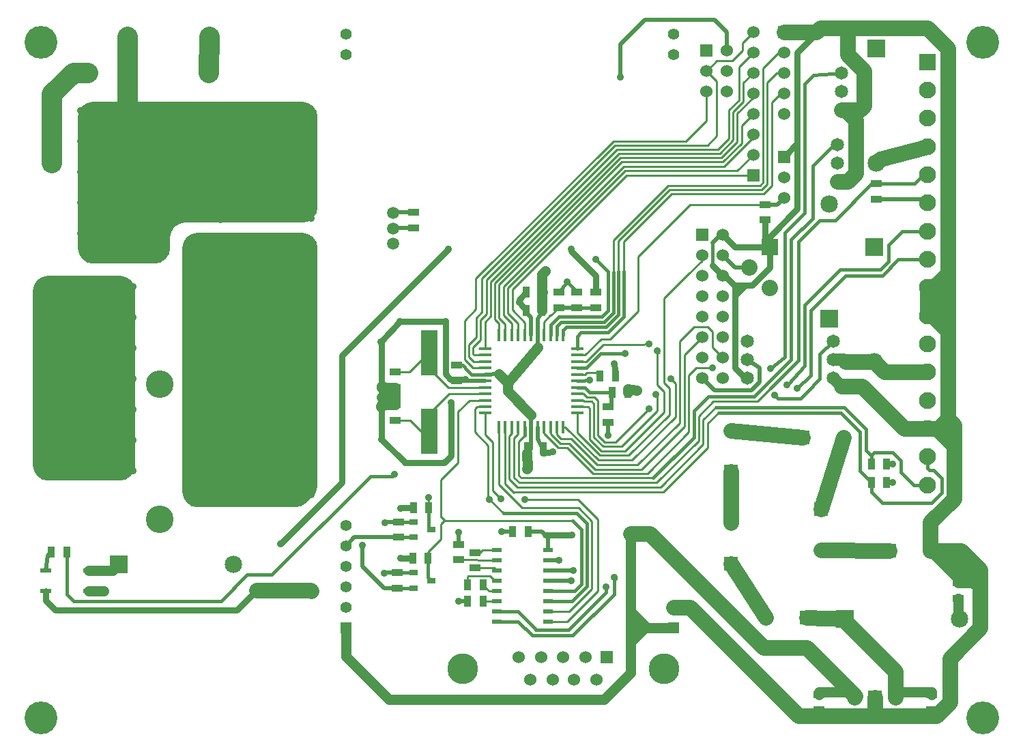
<source format=gtl>
G04 (created by PCBNEW (2013-mar-13)-testing) date Tue 02 Jul 2013 01:16:44 PM EDT*
%MOIN*%
G04 Gerber Fmt 3.4, Leading zero omitted, Abs format*
%FSLAX34Y34*%
G01*
G70*
G90*
G04 APERTURE LIST*
%ADD10C,0.005906*%
%ADD11C,0.059100*%
%ADD12O,0.212598X0.366142*%
%ADD13C,0.030000*%
%ADD14C,0.135000*%
%ADD15C,0.055000*%
%ADD16R,0.055000X0.055000*%
%ADD17R,0.060000X0.060000*%
%ADD18C,0.060000*%
%ADD19R,0.055000X0.035000*%
%ADD20R,0.035000X0.055000*%
%ADD21C,0.080300*%
%ADD22R,0.080300X0.080300*%
%ADD23C,0.065000*%
%ADD24R,0.016000X0.060000*%
%ADD25R,0.060000X0.016000*%
%ADD26R,0.055100X0.023600*%
%ADD27R,0.045000X0.020000*%
%ADD28R,0.078740X0.078740*%
%ADD29C,0.082677*%
%ADD30C,0.150000*%
%ADD31R,0.082700X0.220500*%
%ADD32R,0.070000X0.070000*%
%ADD33C,0.070000*%
%ADD34C,0.085000*%
%ADD35R,0.085000X0.085000*%
%ADD36R,0.098425X0.098425*%
%ADD37C,0.098425*%
%ADD38R,0.039400X0.031500*%
%ADD39C,0.160000*%
%ADD40C,0.035000*%
%ADD41C,0.030000*%
%ADD42C,0.050000*%
%ADD43C,0.020000*%
%ADD44C,0.015000*%
%ADD45C,0.075000*%
%ADD46C,0.010000*%
%ADD47C,0.060000*%
%ADD48C,0.100000*%
G04 APERTURE END LIST*
G54D10*
G54D11*
X23713Y-15600D03*
X23713Y-16352D03*
X23713Y-14848D03*
G54D12*
X15287Y-17686D03*
X15287Y-13513D03*
G54D13*
X14600Y-13100D03*
X14600Y-13600D03*
X14600Y-14100D03*
X14700Y-14600D03*
X15000Y-15000D03*
X15500Y-15000D03*
X16000Y-14700D03*
X16000Y-14100D03*
X16000Y-13600D03*
X16000Y-13100D03*
X16000Y-12600D03*
X15000Y-12200D03*
X15500Y-12200D03*
X14700Y-12600D03*
X15000Y-16200D03*
X15500Y-16200D03*
X14600Y-17600D03*
X14600Y-17100D03*
X14700Y-16600D03*
X15900Y-16600D03*
X16000Y-17100D03*
X16000Y-17600D03*
X16000Y-18100D03*
X16000Y-18600D03*
X14600Y-18100D03*
X14600Y-18600D03*
X15000Y-19000D03*
X15500Y-19000D03*
G54D14*
X8559Y-26500D03*
X12300Y-23192D03*
X12300Y-29807D03*
X15607Y-26500D03*
X15607Y-24964D03*
X15607Y-28035D03*
X7024Y-26500D03*
X10095Y-26500D03*
G54D15*
X37400Y-34100D03*
G54D16*
X37400Y-35100D03*
X21400Y-35100D03*
G54D15*
X21400Y-34100D03*
X21400Y-33100D03*
X21400Y-32100D03*
X21400Y-31100D03*
X21400Y-30100D03*
X21400Y-7100D03*
X21400Y-6100D03*
X37400Y-7100D03*
X37400Y-6100D03*
G54D17*
X39000Y-6900D03*
G54D18*
X40000Y-6900D03*
X39000Y-7900D03*
X40000Y-7900D03*
X39000Y-8900D03*
X40000Y-8900D03*
G54D19*
X33600Y-19475D03*
X33600Y-18725D03*
X32675Y-18725D03*
X32675Y-19475D03*
X26805Y-22290D03*
X26805Y-23040D03*
X31800Y-18725D03*
X31800Y-19475D03*
G54D20*
X30225Y-18700D03*
X30975Y-18700D03*
X30225Y-19600D03*
X30975Y-19600D03*
G54D17*
X42800Y-12100D03*
G54D18*
X42800Y-13100D03*
X42800Y-14100D03*
G54D17*
X41300Y-13000D03*
G54D18*
X41300Y-12000D03*
X41300Y-11000D03*
X41300Y-10000D03*
X41300Y-9000D03*
X41300Y-8000D03*
X41300Y-7000D03*
X41300Y-6000D03*
G54D21*
X41100Y-17500D03*
G54D22*
X42100Y-16500D03*
G54D21*
X42100Y-18500D03*
G54D20*
X47075Y-27100D03*
X47825Y-27100D03*
G54D19*
X47300Y-13425D03*
X47300Y-14175D03*
G54D23*
X45200Y-22000D03*
X45200Y-22900D03*
X45200Y-21100D03*
X45400Y-12400D03*
X45400Y-13300D03*
X45400Y-11500D03*
X45600Y-8900D03*
X45600Y-9800D03*
X45600Y-8000D03*
X41000Y-22000D03*
X41000Y-22900D03*
X41000Y-21100D03*
G54D17*
X38800Y-15900D03*
G54D18*
X39800Y-15900D03*
X38800Y-16900D03*
X39800Y-16900D03*
X38800Y-17900D03*
X39800Y-17900D03*
X38800Y-18900D03*
X39800Y-18900D03*
X38800Y-19900D03*
X39800Y-19900D03*
X38800Y-20900D03*
X39800Y-20900D03*
X38800Y-21900D03*
X39800Y-21900D03*
X38800Y-22900D03*
X39800Y-22900D03*
G54D17*
X42800Y-6000D03*
G54D18*
X42800Y-7000D03*
X42800Y-8000D03*
X42800Y-9000D03*
X42800Y-10000D03*
G54D24*
X30450Y-20800D03*
X30135Y-20800D03*
X29820Y-20800D03*
X29505Y-20800D03*
X29190Y-20800D03*
X28875Y-20800D03*
X30765Y-20800D03*
X31080Y-20800D03*
X31395Y-20800D03*
X31710Y-20800D03*
X32025Y-20800D03*
X30450Y-25300D03*
X30135Y-25300D03*
X29820Y-25300D03*
X29505Y-25300D03*
X29190Y-25300D03*
X28875Y-25300D03*
X30765Y-25300D03*
X31080Y-25300D03*
X31395Y-25300D03*
X31710Y-25300D03*
X32025Y-25300D03*
G54D25*
X28200Y-23050D03*
X32700Y-23050D03*
X28200Y-23365D03*
X32700Y-23365D03*
X32700Y-23680D03*
X28200Y-23680D03*
X28200Y-23995D03*
X32700Y-23995D03*
X32700Y-24310D03*
X28200Y-24310D03*
X28200Y-24625D03*
X32700Y-24625D03*
X32700Y-22735D03*
X28200Y-22735D03*
X28200Y-22420D03*
X32700Y-22420D03*
X32700Y-22105D03*
X28200Y-22105D03*
X28200Y-21790D03*
X32700Y-21790D03*
X32700Y-21475D03*
X28200Y-21475D03*
G54D26*
X6750Y-32300D03*
X6750Y-33300D03*
X8850Y-32300D03*
X8850Y-33300D03*
G54D27*
X31270Y-31305D03*
X31270Y-32305D03*
X31270Y-32805D03*
X31270Y-33305D03*
X31270Y-33805D03*
X31270Y-34305D03*
X31270Y-34805D03*
X28770Y-34805D03*
X28770Y-34305D03*
X28770Y-33805D03*
X28770Y-33305D03*
X28770Y-32805D03*
X28770Y-32305D03*
X28770Y-31805D03*
X28770Y-31305D03*
X31270Y-31805D03*
G54D20*
X35175Y-23600D03*
X34425Y-23600D03*
X7025Y-31400D03*
X7775Y-31400D03*
G54D19*
X26920Y-31780D03*
X26920Y-31030D03*
G54D20*
X30295Y-30405D03*
X29545Y-30405D03*
G54D19*
X27720Y-31430D03*
X27720Y-32180D03*
G54D20*
X27345Y-33005D03*
X28095Y-33005D03*
X27345Y-33805D03*
X28095Y-33805D03*
X47075Y-28000D03*
X47825Y-28000D03*
X34575Y-22800D03*
X33825Y-22800D03*
G54D19*
X23800Y-22625D03*
X23800Y-23375D03*
X23800Y-24225D03*
X23800Y-24975D03*
X41875Y-15190D03*
X41875Y-14440D03*
G54D28*
X49800Y-7465D03*
G54D29*
X49800Y-8843D03*
X49800Y-10221D03*
X49800Y-11599D03*
X49800Y-12977D03*
X49800Y-14355D03*
X49800Y-15733D03*
X49800Y-17111D03*
X49800Y-18488D03*
X49800Y-19866D03*
X49800Y-21244D03*
X49800Y-22622D03*
X49800Y-24000D03*
X49800Y-25378D03*
X49800Y-26756D03*
X49800Y-28134D03*
G54D30*
X27100Y-37100D03*
X36950Y-37100D03*
G54D17*
X34150Y-36550D03*
G54D18*
X33100Y-36550D03*
X32000Y-36550D03*
X30950Y-36550D03*
X29850Y-36550D03*
X33650Y-37650D03*
X32550Y-37650D03*
X31500Y-37650D03*
X30400Y-37650D03*
G54D31*
X25470Y-21681D03*
X25470Y-25499D03*
G54D32*
X40200Y-31980D03*
G54D33*
X40200Y-29980D03*
G54D32*
X43920Y-34620D03*
G54D33*
X41920Y-34620D03*
G54D32*
X40200Y-27480D03*
G54D33*
X40200Y-25480D03*
G54D32*
X43700Y-25800D03*
G54D33*
X45700Y-25800D03*
G54D32*
X47950Y-31350D03*
G54D33*
X49950Y-31350D03*
G54D32*
X44600Y-29300D03*
G54D33*
X44600Y-31300D03*
G54D20*
X30280Y-26310D03*
X31030Y-26310D03*
G54D34*
X51380Y-34680D03*
G54D35*
X45780Y-34680D03*
G54D34*
X15900Y-32000D03*
G54D35*
X10300Y-32000D03*
G54D34*
X47200Y-22100D03*
G54D35*
X47200Y-16500D03*
G54D34*
X45000Y-14400D03*
G54D35*
X45000Y-20000D03*
G54D34*
X47300Y-12400D03*
G54D35*
X47300Y-6800D03*
G54D15*
X8797Y-8000D03*
X14702Y-8000D03*
G54D18*
X14750Y-6250D03*
X10750Y-6250D03*
G54D36*
X7050Y-20359D03*
X7050Y-18777D03*
G54D37*
X11050Y-16359D03*
X11050Y-14777D03*
X7050Y-12422D03*
X7050Y-10840D03*
G54D19*
X50000Y-39125D03*
X50000Y-38375D03*
X44500Y-39125D03*
X44500Y-38375D03*
G54D33*
X48250Y-38500D03*
G54D32*
X47250Y-38500D03*
G54D33*
X46250Y-38500D03*
G54D19*
X34200Y-24325D03*
X34200Y-25075D03*
X24700Y-15575D03*
X24700Y-14825D03*
G54D38*
X25583Y-30310D03*
X24717Y-30685D03*
X24717Y-29935D03*
X25583Y-32800D03*
X24717Y-33175D03*
X24717Y-32425D03*
G54D19*
X23965Y-30685D03*
X23965Y-29935D03*
G54D20*
X25450Y-29245D03*
X24700Y-29245D03*
G54D19*
X23920Y-33175D03*
X23920Y-32425D03*
G54D20*
X25420Y-31705D03*
X24670Y-31705D03*
G54D19*
X51300Y-32925D03*
X51300Y-33675D03*
G54D39*
X6500Y-6500D03*
X52500Y-6500D03*
X52500Y-39500D03*
X6500Y-39500D03*
G54D40*
X26400Y-16600D03*
X32400Y-16600D03*
X18200Y-31000D03*
X9570Y-33310D03*
X48100Y-28000D03*
X48100Y-27100D03*
X34800Y-8200D03*
X35300Y-30500D03*
X30250Y-27350D03*
X35625Y-23500D03*
X31150Y-17675D03*
X32430Y-30560D03*
X24070Y-31720D03*
X24085Y-29260D03*
X34100Y-33100D03*
X43450Y-23400D03*
X34500Y-32650D03*
X42950Y-23250D03*
X26900Y-33800D03*
X26200Y-27050D03*
X23150Y-25900D03*
X27250Y-22960D03*
X26550Y-24110D03*
X24300Y-27050D03*
X23800Y-23850D03*
X19700Y-33300D03*
X24050Y-20150D03*
X26265Y-20155D03*
X17030Y-33290D03*
X29860Y-19195D03*
X32200Y-18200D03*
X33325Y-23000D03*
X34200Y-25700D03*
X31820Y-31805D03*
X29020Y-30405D03*
X26920Y-30455D03*
X34500Y-22200D03*
X31500Y-26500D03*
X23150Y-23850D03*
X23100Y-21150D03*
X8450Y-9850D03*
X9950Y-9850D03*
X11450Y-9850D03*
X12950Y-9850D03*
X14450Y-9850D03*
X15950Y-9850D03*
X17450Y-9850D03*
X18950Y-9850D03*
X19700Y-10600D03*
X18200Y-10600D03*
X16700Y-10600D03*
X15200Y-10600D03*
X13700Y-10600D03*
X12200Y-10600D03*
X10750Y-10600D03*
X9200Y-10600D03*
X11800Y-15800D03*
X12200Y-16600D03*
X13700Y-15100D03*
X12200Y-15100D03*
X12950Y-14350D03*
X9950Y-12850D03*
X11450Y-12850D03*
X12950Y-12850D03*
X8450Y-12850D03*
X9200Y-12100D03*
X10700Y-12100D03*
X12200Y-12100D03*
X13700Y-12100D03*
X9200Y-16600D03*
X9950Y-15850D03*
X8450Y-15850D03*
X9200Y-15100D03*
X9950Y-14350D03*
X8450Y-14350D03*
X9200Y-13600D03*
X10700Y-13600D03*
X12200Y-13600D03*
X13700Y-13600D03*
X16700Y-15100D03*
X18200Y-15100D03*
X19700Y-15100D03*
X18950Y-14350D03*
X17450Y-14350D03*
X16700Y-13600D03*
X18200Y-13600D03*
X19700Y-13600D03*
X18950Y-12850D03*
X17450Y-12850D03*
X11450Y-11350D03*
X12950Y-11350D03*
X14450Y-11350D03*
X15950Y-11350D03*
X17450Y-11350D03*
X18950Y-11350D03*
X19700Y-12100D03*
X18200Y-12100D03*
X16700Y-12100D03*
X8450Y-11350D03*
X9950Y-11350D03*
X32520Y-32305D03*
X32420Y-32805D03*
X16700Y-16600D03*
X18200Y-16600D03*
X19700Y-16600D03*
X18950Y-17350D03*
X17450Y-17350D03*
X16700Y-18100D03*
X18200Y-18100D03*
X19700Y-18100D03*
X18950Y-18850D03*
X17450Y-18850D03*
X13700Y-23350D03*
X15200Y-23350D03*
X15950Y-23350D03*
X17450Y-23350D03*
X18950Y-23350D03*
X19700Y-22600D03*
X18200Y-22600D03*
X16700Y-22600D03*
X13700Y-18850D03*
X14450Y-19600D03*
X16700Y-19600D03*
X18200Y-19600D03*
X19700Y-19600D03*
X18950Y-20350D03*
X17450Y-20350D03*
X15950Y-20350D03*
X15200Y-20350D03*
X13700Y-20350D03*
X14450Y-21100D03*
X16700Y-21100D03*
X18200Y-21100D03*
X19700Y-21100D03*
X18950Y-21850D03*
X17450Y-21850D03*
X15950Y-21850D03*
X15200Y-21850D03*
X13700Y-21850D03*
X14450Y-22600D03*
X19700Y-28600D03*
X18200Y-28600D03*
X16700Y-28600D03*
X17450Y-27850D03*
X18950Y-27850D03*
X19700Y-27100D03*
X18200Y-27100D03*
X16700Y-27100D03*
X17450Y-26350D03*
X18950Y-26350D03*
X19700Y-25600D03*
X18200Y-25600D03*
X16700Y-25600D03*
X17450Y-24850D03*
X18950Y-24850D03*
X19700Y-24100D03*
X18200Y-24100D03*
X16700Y-24100D03*
X14450Y-24100D03*
X13700Y-24850D03*
X14450Y-25600D03*
X13700Y-26350D03*
X14450Y-27100D03*
X13700Y-27850D03*
X14450Y-28600D03*
X6500Y-18450D03*
X6500Y-19950D03*
X8750Y-20700D03*
X10250Y-20700D03*
X11000Y-19950D03*
X9500Y-19950D03*
X8000Y-19950D03*
X8750Y-19200D03*
X10250Y-19200D03*
X11000Y-18450D03*
X9500Y-18450D03*
X8000Y-18450D03*
X6500Y-21450D03*
X8000Y-21450D03*
X9500Y-21450D03*
X11000Y-21450D03*
X10250Y-22200D03*
X8750Y-22200D03*
X7250Y-22200D03*
X6500Y-22950D03*
X8000Y-22950D03*
X9500Y-22950D03*
X11000Y-22950D03*
X10250Y-23700D03*
X8750Y-23700D03*
X7250Y-23700D03*
X6500Y-24450D03*
X8000Y-24450D03*
X9500Y-24450D03*
X11000Y-24450D03*
X10250Y-25200D03*
X8750Y-25200D03*
X7250Y-25200D03*
X6500Y-25950D03*
X8000Y-25950D03*
X9500Y-25950D03*
X11000Y-25950D03*
X11000Y-27450D03*
X9500Y-27450D03*
X8000Y-27450D03*
X6500Y-27450D03*
X33620Y-17120D03*
X36200Y-21250D03*
X42350Y-23750D03*
X35050Y-21725D03*
X23775Y-27600D03*
X39320Y-22420D03*
X37270Y-22945D03*
X36595Y-21580D03*
X36550Y-23700D03*
X36200Y-24400D03*
X42150Y-22450D03*
X30150Y-28850D03*
X28975Y-28800D03*
X22225Y-31075D03*
X28425Y-28850D03*
X25450Y-28750D03*
X23305Y-29965D03*
X23275Y-32440D03*
G54D41*
X33600Y-18725D02*
X33600Y-17900D01*
X33600Y-17900D02*
X32400Y-16700D01*
X32400Y-16700D02*
X32400Y-16600D01*
X18200Y-31000D02*
X21200Y-28000D01*
X21200Y-28000D02*
X21200Y-21800D01*
X21200Y-21800D02*
X26400Y-16600D01*
X26400Y-16600D02*
X26400Y-16600D01*
G54D42*
X8850Y-33300D02*
X9560Y-33300D01*
X9560Y-33300D02*
X9570Y-33310D01*
X51300Y-33675D02*
X51300Y-34600D01*
X51300Y-34600D02*
X51380Y-34680D01*
X46250Y-38500D02*
X46250Y-38250D01*
X44500Y-38250D02*
X44500Y-38375D01*
X46250Y-38250D02*
X44500Y-38250D01*
G54D43*
X47300Y-14175D02*
X49619Y-14175D01*
X49619Y-14175D02*
X49800Y-14355D01*
G54D44*
X47825Y-28000D02*
X48100Y-28000D01*
X47825Y-27100D02*
X48100Y-27100D01*
G54D43*
X40000Y-6900D02*
X40000Y-6000D01*
X40000Y-6000D02*
X39400Y-5400D01*
X39400Y-5400D02*
X36000Y-5400D01*
X36000Y-5400D02*
X34800Y-6600D01*
X34800Y-6600D02*
X34800Y-8200D01*
G54D42*
X35300Y-35900D02*
X35300Y-35800D01*
X35300Y-35800D02*
X36000Y-35100D01*
X36000Y-35100D02*
X37400Y-35100D01*
X35300Y-37300D02*
X35300Y-35900D01*
X35300Y-35900D02*
X35300Y-35500D01*
X35300Y-35100D02*
X37400Y-35100D01*
X37400Y-35100D02*
X36100Y-35100D01*
X36100Y-35100D02*
X35300Y-34300D01*
X37400Y-35100D02*
X36200Y-35100D01*
X35300Y-30500D02*
X35300Y-34300D01*
X35300Y-34300D02*
X35300Y-35100D01*
X35300Y-35100D02*
X35300Y-35500D01*
X35300Y-37300D02*
X34000Y-38600D01*
X21400Y-36500D02*
X23500Y-38600D01*
X23500Y-38600D02*
X34000Y-38600D01*
X21400Y-35100D02*
X21400Y-36500D01*
G54D45*
X46250Y-38500D02*
X46287Y-38447D01*
X46287Y-38447D02*
X43910Y-36070D01*
X43910Y-36070D02*
X41810Y-36070D01*
X41810Y-36070D02*
X36240Y-30500D01*
X36240Y-30500D02*
X35300Y-30500D01*
G54D42*
X30255Y-26560D02*
X30275Y-27325D01*
X30250Y-27350D02*
X30275Y-27325D01*
G54D43*
X30450Y-25300D02*
X30430Y-26385D01*
X30430Y-26385D02*
X30255Y-26560D01*
G54D42*
X35175Y-23600D02*
X35175Y-23450D01*
X35175Y-23450D02*
X35625Y-23500D01*
X30975Y-17850D02*
X30975Y-18700D01*
X31150Y-17675D02*
X30975Y-17850D01*
G54D41*
X32427Y-30562D02*
X32430Y-30560D01*
X31127Y-30562D02*
X32427Y-30562D01*
X24670Y-31705D02*
X24085Y-31705D01*
X24085Y-31705D02*
X24070Y-31720D01*
X24100Y-29245D02*
X24700Y-29245D01*
X24085Y-29260D02*
X24100Y-29245D01*
G54D44*
X28200Y-22735D02*
X27553Y-22735D01*
X27115Y-22290D02*
X26805Y-22290D01*
X27355Y-22530D02*
X27115Y-22290D01*
X27355Y-22536D02*
X27355Y-22530D01*
X27553Y-22735D02*
X27355Y-22536D01*
G54D43*
X24800Y-14825D02*
X23736Y-14825D01*
X23736Y-14825D02*
X23713Y-14848D01*
X30295Y-30405D02*
X30970Y-30405D01*
X31270Y-30705D02*
X31270Y-31305D01*
X30970Y-30405D02*
X31127Y-30562D01*
X31127Y-30562D02*
X31270Y-30705D01*
G54D42*
X30975Y-19600D02*
X30975Y-18725D01*
X30975Y-18725D02*
X31000Y-18700D01*
G54D43*
X30765Y-20800D02*
X30764Y-21400D01*
G54D42*
X30764Y-21400D02*
X29300Y-23150D01*
X29300Y-23150D02*
X29300Y-23550D01*
X29300Y-23550D02*
X30450Y-24700D01*
G54D43*
X30450Y-24700D02*
X30450Y-25300D01*
X28200Y-22735D02*
X28880Y-22722D01*
G54D42*
X28880Y-22722D02*
X29300Y-23150D01*
G54D43*
X29300Y-23150D02*
X29300Y-23150D01*
X30765Y-20800D02*
X30765Y-19999D01*
X31018Y-19656D02*
X30975Y-19600D01*
X31018Y-19657D02*
X31018Y-19656D01*
X30765Y-19999D02*
X31018Y-19657D01*
G54D46*
X42800Y-7000D02*
X42550Y-7000D01*
G54D44*
X31710Y-20360D02*
X31910Y-20160D01*
X31910Y-20160D02*
X34000Y-20160D01*
X34000Y-20160D02*
X34460Y-19700D01*
X34460Y-19700D02*
X34460Y-17730D01*
X31710Y-20360D02*
X31710Y-20800D01*
G54D46*
X34460Y-16170D02*
X34460Y-17730D01*
X37135Y-13495D02*
X34460Y-16170D01*
X41635Y-13495D02*
X37135Y-13495D01*
X41790Y-13340D02*
X41635Y-13495D01*
X41790Y-7760D02*
X41790Y-13340D01*
X42550Y-7000D02*
X41790Y-7760D01*
X42800Y-8000D02*
X42450Y-8000D01*
G54D44*
X32025Y-20575D02*
X32180Y-20420D01*
X32180Y-20420D02*
X34100Y-20420D01*
X34100Y-20420D02*
X34720Y-19800D01*
X34720Y-19800D02*
X34720Y-17720D01*
X32025Y-20575D02*
X32025Y-20800D01*
G54D46*
X34720Y-16192D02*
X34720Y-17720D01*
X37207Y-13705D02*
X34720Y-16192D01*
X41725Y-13705D02*
X37207Y-13705D01*
X41990Y-13439D02*
X41725Y-13705D01*
X41990Y-8459D02*
X41990Y-13439D01*
X42450Y-8000D02*
X41990Y-8459D01*
G54D44*
X42700Y-7900D02*
X42800Y-8000D01*
G54D46*
X42800Y-9000D02*
X42650Y-9000D01*
G54D44*
X32700Y-20870D02*
X32890Y-20680D01*
X32890Y-20680D02*
X34200Y-20680D01*
X34200Y-20680D02*
X34980Y-19900D01*
X34980Y-19900D02*
X34980Y-17720D01*
X32700Y-20870D02*
X32700Y-21475D01*
G54D46*
X34980Y-16235D02*
X34980Y-17720D01*
X37300Y-13915D02*
X34980Y-16235D01*
X41815Y-13915D02*
X37300Y-13915D01*
X42205Y-13525D02*
X41815Y-13915D01*
X42205Y-9445D02*
X42205Y-13525D01*
X42650Y-9000D02*
X42205Y-9445D01*
G54D47*
X45200Y-22000D02*
X45700Y-22000D01*
X45700Y-22000D02*
X45800Y-22100D01*
G54D45*
X45800Y-22100D02*
X47200Y-22100D01*
X49800Y-22622D02*
X47722Y-22622D01*
X47722Y-22622D02*
X47200Y-22100D01*
G54D44*
X49800Y-17111D02*
X48388Y-17111D01*
X45800Y-17900D02*
X44100Y-19600D01*
X47600Y-17900D02*
X45800Y-17900D01*
X48388Y-17111D02*
X47600Y-17900D01*
X43455Y-23395D02*
X43450Y-23400D01*
X44100Y-22791D02*
X43455Y-23395D01*
X44100Y-19600D02*
X44100Y-22791D01*
X43455Y-23395D02*
X43455Y-23395D01*
X34100Y-33100D02*
X34100Y-33380D01*
X30675Y-35200D02*
X30675Y-35160D01*
X30675Y-35190D02*
X30675Y-35200D01*
X30665Y-35200D02*
X30675Y-35190D01*
X32280Y-35200D02*
X30665Y-35200D01*
X34100Y-33380D02*
X32280Y-35200D01*
X29820Y-34305D02*
X30675Y-35160D01*
X28770Y-34305D02*
X29820Y-34305D01*
X34100Y-33100D02*
X34100Y-33070D01*
X49800Y-15733D02*
X48566Y-15733D01*
X47500Y-17600D02*
X45550Y-17600D01*
X47900Y-17200D02*
X47500Y-17600D01*
X47900Y-16400D02*
X47900Y-17200D01*
X48566Y-15733D02*
X47900Y-16400D01*
X34500Y-32650D02*
X34500Y-33460D01*
X32480Y-35480D02*
X34500Y-33460D01*
X29820Y-34805D02*
X28770Y-34805D01*
X29820Y-34805D02*
X30495Y-35480D01*
X30495Y-35480D02*
X32480Y-35480D01*
X34565Y-32715D02*
X34500Y-32650D01*
X43000Y-23200D02*
X43000Y-23200D01*
X45550Y-17600D02*
X43800Y-19350D01*
X43800Y-19350D02*
X43800Y-22310D01*
X43800Y-22310D02*
X43000Y-23200D01*
X43000Y-23200D02*
X42950Y-23250D01*
X47300Y-13425D02*
X47075Y-13425D01*
X43500Y-16250D02*
X44550Y-15200D01*
X42145Y-23400D02*
X42150Y-23400D01*
G54D46*
X41495Y-24050D02*
X42145Y-23400D01*
X38635Y-24765D02*
X39350Y-24050D01*
X39350Y-24050D02*
X41495Y-24050D01*
X36580Y-28020D02*
X38635Y-25965D01*
X29820Y-25640D02*
X29820Y-25300D01*
X29620Y-27760D02*
X29880Y-28020D01*
X29620Y-25840D02*
X29620Y-27760D01*
X29820Y-25640D02*
X29620Y-25840D01*
X29880Y-28020D02*
X36580Y-28020D01*
X38635Y-25965D02*
X38635Y-24765D01*
G54D44*
X43500Y-22050D02*
X43500Y-17550D01*
X42150Y-23400D02*
X43500Y-22050D01*
X43500Y-17550D02*
X43500Y-16250D01*
X45300Y-15200D02*
X44550Y-15200D01*
X47075Y-13425D02*
X45300Y-15200D01*
X49800Y-12977D02*
X49622Y-12977D01*
X49175Y-13425D02*
X47300Y-13425D01*
X49622Y-12977D02*
X49175Y-13425D01*
X39600Y-24600D02*
X45574Y-24600D01*
X45574Y-24600D02*
X45574Y-24600D01*
X46525Y-25550D02*
X46525Y-27450D01*
X46525Y-27450D02*
X47075Y-28000D01*
X47075Y-28000D02*
X47075Y-28475D01*
X47075Y-28475D02*
X47600Y-29000D01*
X47600Y-29000D02*
X50000Y-29000D01*
X49800Y-26756D02*
X49800Y-27300D01*
X50500Y-28500D02*
X50000Y-29000D01*
X50500Y-27800D02*
X50500Y-28500D01*
X50100Y-27400D02*
X50500Y-27800D01*
X49900Y-27400D02*
X50100Y-27400D01*
X49800Y-27300D02*
X49900Y-27400D01*
G54D46*
X39075Y-26325D02*
X39075Y-25125D01*
X39075Y-26325D02*
X36925Y-28475D01*
X29575Y-28475D02*
X36925Y-28475D01*
G54D44*
X45574Y-24600D02*
X46525Y-25550D01*
G54D46*
X39075Y-25125D02*
X39600Y-24600D01*
X29160Y-28060D02*
X29600Y-28500D01*
X29190Y-25590D02*
X29160Y-25620D01*
X29160Y-25620D02*
X29160Y-28060D01*
X29190Y-25590D02*
X29190Y-25300D01*
G54D44*
X45730Y-24330D02*
X39470Y-24330D01*
G54D46*
X39470Y-24330D02*
X39500Y-24300D01*
G54D44*
X49800Y-28134D02*
X49134Y-28134D01*
X49134Y-28134D02*
X48500Y-27500D01*
X48500Y-27500D02*
X48500Y-26950D01*
X46800Y-25400D02*
X46800Y-26450D01*
G54D46*
X38850Y-26150D02*
X36765Y-28235D01*
X29775Y-28235D02*
X36765Y-28235D01*
G54D44*
X45730Y-24330D02*
X46800Y-25400D01*
G54D46*
X38850Y-24950D02*
X39500Y-24300D01*
X38850Y-26150D02*
X38850Y-24950D01*
G54D44*
X46800Y-26450D02*
X47075Y-26725D01*
X48500Y-26950D02*
X48100Y-26550D01*
X48100Y-26550D02*
X47200Y-26550D01*
X47200Y-26550D02*
X47075Y-26675D01*
X47075Y-26675D02*
X47075Y-26725D01*
X47075Y-26725D02*
X47075Y-27100D01*
G54D46*
X49800Y-28134D02*
X49715Y-28134D01*
X29505Y-25615D02*
X29380Y-25740D01*
X29380Y-25740D02*
X29380Y-27840D01*
X29380Y-27840D02*
X29775Y-28235D01*
X29505Y-25300D02*
X29505Y-25615D01*
X29770Y-28230D02*
X29775Y-28235D01*
G54D45*
X37400Y-34100D02*
X38200Y-34100D01*
X43500Y-39400D02*
X44500Y-39400D01*
X38200Y-34100D02*
X43500Y-39400D01*
G54D43*
X27345Y-33805D02*
X26905Y-33805D01*
X26905Y-33805D02*
X26900Y-33800D01*
G54D41*
X40400Y-18900D02*
X40400Y-18860D01*
X40400Y-18860D02*
X40900Y-18360D01*
G54D45*
X42800Y-6000D02*
X44350Y-6000D01*
G54D41*
X24300Y-27050D02*
X26200Y-27050D01*
X23150Y-25900D02*
X23150Y-24300D01*
X26200Y-27050D02*
X26550Y-26700D01*
X26550Y-26700D02*
X26550Y-24110D01*
X23150Y-25900D02*
X24300Y-27050D01*
G54D46*
X26805Y-23040D02*
X27170Y-23040D01*
X27170Y-23040D02*
X27250Y-22960D01*
G54D42*
X23150Y-23850D02*
X23800Y-23850D01*
X23800Y-24225D02*
X23150Y-24225D01*
X23150Y-24225D02*
X23100Y-24275D01*
X23100Y-24275D02*
X23100Y-24300D01*
X23100Y-24300D02*
X23150Y-24300D01*
X23800Y-23375D02*
X23150Y-23375D01*
X23150Y-23375D02*
X23200Y-23325D01*
X23200Y-23325D02*
X23200Y-23300D01*
X23200Y-23300D02*
X23150Y-23300D01*
X23800Y-23375D02*
X23800Y-24225D01*
X23800Y-24225D02*
X23525Y-24225D01*
X23525Y-24225D02*
X23150Y-23850D01*
X23800Y-23375D02*
X23625Y-23375D01*
X23625Y-23375D02*
X23150Y-23850D01*
G54D41*
X43450Y-11450D02*
X42800Y-12100D01*
G54D45*
X45600Y-9800D02*
X46500Y-9800D01*
X46500Y-9800D02*
X46700Y-9600D01*
X46700Y-9600D02*
X46700Y-7900D01*
X46700Y-7900D02*
X45900Y-7100D01*
X45900Y-7100D02*
X45900Y-5800D01*
X51100Y-26400D02*
X51100Y-25200D01*
X51100Y-25200D02*
X50800Y-24900D01*
G54D41*
X41875Y-15190D02*
X41875Y-16275D01*
X41875Y-16275D02*
X42100Y-16500D01*
G54D45*
X17030Y-33290D02*
X19690Y-33290D01*
X19690Y-33290D02*
X19700Y-33300D01*
X50900Y-31350D02*
X50900Y-31600D01*
X50900Y-31600D02*
X52225Y-32925D01*
G54D42*
X51300Y-32925D02*
X52225Y-32925D01*
X52225Y-32925D02*
X52390Y-32925D01*
X52390Y-32925D02*
X52400Y-32915D01*
X52400Y-32915D02*
X52400Y-32900D01*
X52400Y-32900D02*
X52390Y-32900D01*
X51300Y-32925D02*
X51300Y-32700D01*
X51300Y-32700D02*
X49950Y-31350D01*
G54D44*
X50000Y-39125D02*
X50000Y-39400D01*
X50000Y-39400D02*
X50000Y-39500D01*
X50000Y-39500D02*
X50000Y-39400D01*
X44500Y-39125D02*
X44500Y-39400D01*
X44500Y-39400D02*
X44500Y-39500D01*
X44500Y-39500D02*
X44500Y-39400D01*
G54D47*
X45200Y-22900D02*
X45600Y-23300D01*
G54D45*
X45600Y-23300D02*
X46600Y-23300D01*
X46600Y-23300D02*
X48678Y-25378D01*
X48678Y-25378D02*
X49800Y-25378D01*
X50800Y-18500D02*
X50800Y-20600D01*
X49800Y-19200D02*
X50100Y-19200D01*
X50100Y-19200D02*
X50800Y-18500D01*
X49800Y-18488D02*
X49800Y-19200D01*
X49800Y-19200D02*
X49800Y-19866D01*
X49800Y-18488D02*
X50111Y-18488D01*
X50111Y-18488D02*
X50800Y-17800D01*
G54D41*
X27250Y-22960D02*
X26515Y-22960D01*
X26515Y-22960D02*
X26265Y-22710D01*
X26265Y-22710D02*
X26265Y-20155D01*
X24050Y-20150D02*
X26265Y-20155D01*
X23100Y-21150D02*
X24050Y-20150D01*
G54D45*
X47250Y-39400D02*
X47250Y-38500D01*
X47800Y-39400D02*
X50000Y-39400D01*
X50000Y-39400D02*
X50250Y-39400D01*
X50250Y-39400D02*
X50900Y-38750D01*
X50900Y-38750D02*
X50900Y-36600D01*
X50900Y-36600D02*
X52390Y-35110D01*
X45400Y-13300D02*
X45900Y-13300D01*
X45800Y-9800D02*
X45600Y-9800D01*
X46300Y-10300D02*
X45800Y-9800D01*
X46300Y-12900D02*
X46300Y-10300D01*
X45900Y-13300D02*
X46300Y-12900D01*
X52390Y-35110D02*
X52390Y-32900D01*
X52390Y-32900D02*
X52390Y-32290D01*
X51450Y-31350D02*
X50900Y-31350D01*
X50900Y-31350D02*
X49950Y-31350D01*
X52390Y-32290D02*
X51450Y-31350D01*
X49950Y-31350D02*
X49950Y-29950D01*
X49950Y-29950D02*
X51100Y-28800D01*
X51100Y-28800D02*
X51100Y-26400D01*
X51100Y-26400D02*
X51100Y-26200D01*
X51100Y-26200D02*
X50278Y-25378D01*
X49800Y-19866D02*
X50066Y-19866D01*
X50066Y-19866D02*
X50800Y-20600D01*
X50800Y-20600D02*
X50800Y-24900D01*
X50800Y-24900D02*
X50321Y-25378D01*
X50321Y-25378D02*
X50278Y-25378D01*
X50278Y-25378D02*
X49800Y-25378D01*
X49800Y-19866D02*
X50133Y-19866D01*
X50133Y-19866D02*
X50800Y-19200D01*
X44350Y-6000D02*
X44385Y-6000D01*
X44585Y-5800D02*
X45450Y-5800D01*
X45450Y-5800D02*
X45900Y-5800D01*
X45900Y-5800D02*
X46900Y-5800D01*
X44385Y-6000D02*
X44585Y-5800D01*
X50800Y-19200D02*
X50800Y-18500D01*
X50800Y-18500D02*
X50800Y-17800D01*
X50800Y-17800D02*
X50800Y-6800D01*
X50800Y-6800D02*
X49800Y-5800D01*
X49800Y-5800D02*
X46900Y-5800D01*
G54D41*
X42100Y-16500D02*
X42100Y-16000D01*
X42100Y-16000D02*
X43450Y-14650D01*
X43450Y-14650D02*
X43450Y-11450D01*
X44350Y-6000D02*
X44350Y-6100D01*
X44350Y-6100D02*
X43450Y-7000D01*
X43450Y-7000D02*
X43450Y-11450D01*
G54D45*
X44500Y-39400D02*
X47250Y-39400D01*
X47250Y-39400D02*
X47800Y-39400D01*
G54D41*
X6750Y-33300D02*
X6750Y-33770D01*
X16080Y-34240D02*
X17030Y-33290D01*
X7220Y-34240D02*
X16080Y-34240D01*
X6750Y-33770D02*
X7220Y-34240D01*
X42100Y-16500D02*
X42100Y-17510D01*
X42100Y-17510D02*
X41250Y-18360D01*
X41250Y-18360D02*
X40900Y-18360D01*
X40900Y-18360D02*
X40360Y-18360D01*
X29860Y-19195D02*
X29860Y-19065D01*
X30225Y-19600D02*
X29860Y-19195D01*
X29860Y-19065D02*
X30225Y-18700D01*
X42100Y-16500D02*
X40400Y-16500D01*
X40400Y-16500D02*
X39800Y-15900D01*
X41000Y-22900D02*
X40900Y-22900D01*
X40900Y-22900D02*
X40400Y-22400D01*
X40400Y-22400D02*
X40400Y-18900D01*
X40400Y-18900D02*
X40400Y-18400D01*
X40400Y-18400D02*
X40360Y-18360D01*
X39900Y-17900D02*
X39800Y-17900D01*
X40360Y-18360D02*
X39900Y-17900D01*
G54D44*
X32675Y-18725D02*
X32675Y-18675D01*
X32675Y-18675D02*
X32200Y-18200D01*
X32200Y-18200D02*
X31800Y-18725D01*
G54D41*
X39800Y-15900D02*
X39700Y-15900D01*
X39300Y-17400D02*
X39800Y-17900D01*
G54D44*
X39300Y-16300D02*
X39300Y-17400D01*
G54D43*
X39700Y-15900D02*
X39300Y-16300D01*
G54D44*
X32700Y-23050D02*
X33050Y-23050D01*
X33050Y-23050D02*
X33100Y-23000D01*
X33100Y-23000D02*
X33325Y-23000D01*
X33315Y-23010D02*
X33325Y-23000D01*
G54D43*
X34200Y-25075D02*
X34200Y-25700D01*
X24800Y-15575D02*
X23738Y-15575D01*
X23738Y-15575D02*
X23713Y-15600D01*
X31270Y-31805D02*
X31820Y-31805D01*
X29545Y-30405D02*
X29020Y-30405D01*
X26920Y-31030D02*
X26920Y-30455D01*
X28200Y-23050D02*
X27300Y-23050D01*
X27300Y-23050D02*
X27250Y-22960D01*
G54D41*
X34575Y-22800D02*
X34500Y-22200D01*
X31005Y-26560D02*
X31500Y-26500D01*
X23150Y-24300D02*
X23150Y-23850D01*
X23150Y-23850D02*
X23150Y-23300D01*
X23150Y-23300D02*
X23150Y-21200D01*
X23150Y-21200D02*
X23100Y-21150D01*
X23150Y-23850D02*
X23200Y-23800D01*
X23800Y-23800D02*
X23200Y-23800D01*
G54D43*
X23800Y-23750D02*
X23850Y-23750D01*
X23850Y-23750D02*
X23800Y-23800D01*
X30450Y-20800D02*
X30450Y-19950D01*
X30225Y-19725D02*
X30225Y-19600D01*
X30450Y-19950D02*
X30225Y-19725D01*
X31005Y-26560D02*
X31005Y-26385D01*
X31005Y-26385D02*
X30765Y-25865D01*
X30765Y-25865D02*
X30765Y-25300D01*
X23800Y-23375D02*
X23800Y-23750D01*
X23800Y-23750D02*
X23800Y-24225D01*
X41000Y-22000D02*
X41600Y-22420D01*
X39400Y-23500D02*
X38800Y-22900D01*
X41200Y-23500D02*
X39400Y-23500D01*
X41600Y-23100D02*
X41200Y-23500D01*
X41600Y-22420D02*
X41600Y-23100D01*
G54D48*
X14750Y-6250D02*
X14700Y-8002D01*
X14700Y-8002D02*
X14702Y-8000D01*
X7050Y-10840D02*
X7050Y-9050D01*
X8100Y-8000D02*
X8797Y-8000D01*
X7050Y-9050D02*
X8100Y-8000D01*
X7050Y-12422D02*
X7050Y-10840D01*
G54D46*
X9950Y-9850D02*
X8450Y-9850D01*
X12950Y-9850D02*
X11450Y-9850D01*
X15950Y-9850D02*
X14450Y-9850D01*
X18950Y-9850D02*
X17450Y-9850D01*
X18200Y-10600D02*
X19700Y-10600D01*
X15200Y-10600D02*
X16700Y-10600D01*
X12200Y-10600D02*
X13700Y-10600D01*
X9200Y-10600D02*
X10750Y-10600D01*
X11050Y-16359D02*
X11240Y-16359D01*
X11240Y-16359D02*
X11800Y-15800D01*
G54D48*
X10750Y-6250D02*
X10750Y-12050D01*
X10750Y-12050D02*
X10700Y-12100D01*
G54D46*
X12200Y-13600D02*
X12950Y-14350D01*
X12200Y-15100D02*
X13700Y-15100D01*
X12950Y-12850D02*
X13700Y-13600D01*
X9950Y-12850D02*
X11450Y-12850D01*
X9200Y-12100D02*
X8450Y-12850D01*
X12200Y-12100D02*
X10700Y-12100D01*
X16700Y-12100D02*
X13700Y-12100D01*
X8450Y-15850D02*
X9950Y-15850D01*
X9950Y-14350D02*
X9200Y-15100D01*
X9200Y-13600D02*
X8450Y-14350D01*
X12200Y-13600D02*
X10700Y-13600D01*
X16700Y-12100D02*
X17450Y-12850D01*
X19700Y-15100D02*
X18200Y-15100D01*
X17450Y-14350D02*
X18950Y-14350D01*
X18200Y-13600D02*
X16700Y-13600D01*
X18950Y-12850D02*
X19700Y-13600D01*
X11450Y-11350D02*
X12950Y-11350D01*
X14450Y-11350D02*
X15950Y-11350D01*
X17450Y-11350D02*
X18950Y-11350D01*
X19700Y-12100D02*
X18200Y-12100D01*
X8450Y-11350D02*
X9950Y-11350D01*
X32700Y-22735D02*
X33090Y-22735D01*
X33675Y-22650D02*
X33825Y-22800D01*
X33175Y-22650D02*
X33675Y-22650D01*
X33090Y-22735D02*
X33175Y-22650D01*
G54D43*
X6750Y-32300D02*
X6850Y-31575D01*
X6850Y-31575D02*
X7025Y-31400D01*
X32520Y-32305D02*
X31270Y-32305D01*
X32420Y-32805D02*
X31270Y-32805D01*
G54D46*
X28095Y-33805D02*
X28220Y-33805D01*
X28320Y-33805D02*
X28770Y-33805D01*
X28220Y-33805D02*
X28320Y-33805D01*
G54D45*
X43700Y-25800D02*
X40200Y-25480D01*
G54D46*
X16700Y-19600D02*
X17450Y-18850D01*
X19700Y-16600D02*
X18200Y-16600D01*
X17450Y-17350D02*
X18950Y-17350D01*
X18200Y-18100D02*
X16700Y-18100D01*
X18950Y-18850D02*
X19700Y-18100D01*
X16700Y-22600D02*
X14450Y-22600D01*
X15200Y-23350D02*
X15950Y-23350D01*
X17450Y-23350D02*
X18950Y-23350D01*
X19700Y-22600D02*
X18200Y-22600D01*
X14450Y-24100D02*
X13700Y-23350D01*
X16700Y-19600D02*
X14450Y-19600D01*
X19700Y-19600D02*
X18200Y-19600D01*
X17450Y-20350D02*
X18950Y-20350D01*
X15200Y-20350D02*
X15950Y-20350D01*
X14450Y-21100D02*
X13700Y-20350D01*
X18200Y-21100D02*
X16700Y-21100D01*
X18950Y-21850D02*
X19700Y-21100D01*
X15950Y-21850D02*
X17450Y-21850D01*
X13700Y-21850D02*
X15200Y-21850D01*
X16700Y-28600D02*
X18200Y-28600D01*
X18950Y-27850D02*
X17450Y-27850D01*
X18200Y-27100D02*
X19700Y-27100D01*
X17450Y-26350D02*
X16700Y-27100D01*
X19700Y-25600D02*
X18950Y-26350D01*
X16700Y-25600D02*
X18200Y-25600D01*
X18950Y-24850D02*
X17450Y-24850D01*
X18200Y-24100D02*
X19700Y-24100D01*
X14450Y-24100D02*
X16700Y-24100D01*
X14450Y-25600D02*
X13700Y-24850D01*
X14450Y-27100D02*
X13700Y-26350D01*
X14450Y-28600D02*
X13700Y-27850D01*
G54D42*
X8850Y-32300D02*
X10000Y-32300D01*
X10000Y-32300D02*
X10300Y-32000D01*
X48250Y-38500D02*
X48250Y-38250D01*
X50000Y-38250D02*
X50000Y-38375D01*
X48250Y-38250D02*
X50000Y-38250D01*
G54D45*
X48250Y-38500D02*
X48250Y-37250D01*
X48250Y-37250D02*
X45780Y-34780D01*
X45780Y-34780D02*
X45780Y-34680D01*
X45780Y-34680D02*
X43920Y-34620D01*
G54D43*
X41100Y-17500D02*
X40400Y-17500D01*
X40400Y-17500D02*
X39800Y-16900D01*
G54D44*
X32700Y-23365D02*
X33065Y-23365D01*
X33065Y-23365D02*
X33300Y-23600D01*
X33300Y-23600D02*
X34425Y-23600D01*
G54D43*
X34350Y-24300D02*
X34425Y-23600D01*
G54D44*
X33600Y-19475D02*
X32675Y-19475D01*
G54D43*
X31800Y-19475D02*
X32675Y-19475D01*
G54D46*
X31080Y-20800D02*
X31080Y-20160D01*
X31425Y-19850D02*
X31800Y-19475D01*
X31390Y-19850D02*
X31425Y-19850D01*
X31080Y-20160D02*
X31390Y-19850D01*
G54D43*
X31800Y-19475D02*
X31800Y-19425D01*
G54D46*
X23800Y-22625D02*
X24515Y-22625D01*
X25459Y-21681D02*
X25470Y-21681D01*
X24515Y-22625D02*
X25459Y-21681D01*
X28200Y-23375D02*
X26415Y-23375D01*
X25468Y-22428D02*
X25470Y-21681D01*
X26415Y-23375D02*
X25468Y-22428D01*
X23800Y-24975D02*
X24545Y-24975D01*
X25069Y-25499D02*
X25470Y-25499D01*
X24545Y-24975D02*
X25069Y-25499D01*
X25470Y-25499D02*
X25491Y-24638D01*
X26450Y-23680D02*
X28200Y-23680D01*
X25491Y-24638D02*
X26450Y-23680D01*
X28770Y-31805D02*
X26920Y-31780D01*
X27720Y-32180D02*
X28645Y-32180D01*
X28645Y-32180D02*
X28770Y-32305D01*
X28770Y-32805D02*
X28680Y-32805D01*
X27345Y-32600D02*
X27345Y-33005D01*
X27380Y-32565D02*
X27345Y-32600D01*
X28440Y-32565D02*
X27380Y-32565D01*
X28680Y-32805D02*
X28440Y-32565D01*
X28095Y-33005D02*
X28095Y-33080D01*
X28420Y-33305D02*
X28770Y-33305D01*
X28095Y-33080D02*
X28420Y-33305D01*
X28770Y-31305D02*
X28070Y-31305D01*
X27945Y-31430D02*
X27720Y-31430D01*
X28070Y-31305D02*
X27945Y-31430D01*
G54D45*
X40200Y-29980D02*
X40200Y-27480D01*
X40200Y-31980D02*
X41920Y-34620D01*
X45700Y-25800D02*
X44600Y-29300D01*
X47950Y-31350D02*
X44600Y-31300D01*
G54D46*
X6500Y-21450D02*
X6500Y-19950D01*
X10250Y-20700D02*
X8750Y-20700D01*
X9500Y-19950D02*
X11000Y-19950D01*
X8750Y-19200D02*
X8000Y-19950D01*
X11000Y-18450D02*
X10250Y-19200D01*
X8000Y-18450D02*
X9500Y-18450D01*
X6500Y-21450D02*
X8000Y-21450D01*
X9500Y-21450D02*
X11000Y-21450D01*
X10250Y-22200D02*
X8750Y-22200D01*
X7250Y-22200D02*
X6500Y-22950D01*
X8000Y-22950D02*
X9500Y-22950D01*
X11000Y-22950D02*
X10250Y-23700D01*
X8750Y-23700D02*
X7250Y-23700D01*
X6500Y-24450D02*
X8000Y-24450D01*
X9500Y-24450D02*
X11000Y-24450D01*
X10250Y-25200D02*
X8750Y-25200D01*
X7250Y-25200D02*
X6500Y-25950D01*
X8000Y-25950D02*
X9500Y-25950D01*
X11000Y-25950D02*
X11000Y-27450D01*
X9500Y-27450D02*
X8000Y-27450D01*
G54D44*
X31395Y-20800D02*
X31395Y-20305D01*
X34200Y-17700D02*
X33620Y-17120D01*
X34200Y-19600D02*
X34200Y-17700D01*
X33900Y-19900D02*
X34200Y-19600D01*
X31800Y-19900D02*
X33900Y-19900D01*
X31395Y-20305D02*
X31800Y-19900D01*
G54D46*
X41875Y-14440D02*
X38215Y-14440D01*
X38215Y-14440D02*
X38175Y-14480D01*
X34295Y-21000D02*
X35665Y-19630D01*
X35665Y-19630D02*
X35665Y-16990D01*
X35665Y-16990D02*
X38175Y-14480D01*
X33070Y-21790D02*
X32700Y-21790D01*
X33860Y-21000D02*
X34250Y-21000D01*
X33070Y-21790D02*
X33860Y-21000D01*
X34250Y-21000D02*
X34295Y-21000D01*
G54D43*
X41875Y-14440D02*
X42460Y-14440D01*
X42460Y-14440D02*
X42800Y-14100D01*
G54D44*
X42350Y-23750D02*
X42500Y-23900D01*
X45200Y-21100D02*
X45200Y-21100D01*
X44550Y-21750D02*
X45200Y-21100D01*
X44550Y-22950D02*
X44550Y-21750D01*
X43900Y-23600D02*
X44550Y-22950D01*
X43900Y-23600D02*
X43900Y-23600D01*
X43600Y-23900D02*
X43900Y-23600D01*
X42500Y-23900D02*
X43600Y-23900D01*
G54D46*
X33145Y-22105D02*
X33990Y-21260D01*
X32700Y-22105D02*
X33145Y-22105D01*
X35760Y-21260D02*
X36200Y-21250D01*
X33990Y-21260D02*
X35760Y-21260D01*
X42400Y-23750D02*
X42350Y-23750D01*
G54D44*
X15300Y-33800D02*
X15300Y-33800D01*
X15300Y-33800D02*
X16585Y-32515D01*
X23675Y-27700D02*
X22600Y-27700D01*
X33155Y-22420D02*
X33850Y-21725D01*
X33850Y-21725D02*
X35050Y-21725D01*
X32700Y-22420D02*
X33155Y-22420D01*
X23775Y-27600D02*
X23675Y-27700D01*
X16585Y-32515D02*
X17785Y-32515D01*
X17785Y-32515D02*
X22600Y-27700D01*
X8100Y-33800D02*
X15300Y-33800D01*
X7775Y-33475D02*
X8100Y-33800D01*
X7775Y-31400D02*
X7775Y-33475D01*
G54D46*
X41300Y-13000D02*
X35120Y-13000D01*
X30135Y-20195D02*
X30135Y-20800D01*
X29530Y-19590D02*
X30135Y-20195D01*
X29530Y-18590D02*
X29530Y-19590D01*
X35120Y-13000D02*
X29530Y-18590D01*
X29820Y-20800D02*
X29820Y-20250D01*
X40515Y-12785D02*
X41300Y-12000D01*
X35030Y-12785D02*
X40515Y-12785D01*
X29310Y-18505D02*
X35030Y-12785D01*
X29310Y-19740D02*
X29310Y-18505D01*
X29820Y-20250D02*
X29310Y-19740D01*
X41300Y-11000D02*
X41300Y-11155D01*
X29505Y-20245D02*
X29505Y-20800D01*
X29100Y-19840D02*
X29505Y-20245D01*
X29100Y-18432D02*
X29100Y-19840D01*
X34967Y-12565D02*
X29100Y-18432D01*
X39890Y-12565D02*
X34967Y-12565D01*
X41300Y-11155D02*
X39890Y-12565D01*
X29190Y-20800D02*
X29190Y-20260D01*
X40735Y-10565D02*
X41300Y-10000D01*
X40735Y-11437D02*
X40735Y-10565D01*
X39817Y-12355D02*
X40735Y-11437D01*
X34885Y-12355D02*
X39817Y-12355D01*
X28890Y-18350D02*
X34885Y-12355D01*
X28890Y-19960D02*
X28890Y-18350D01*
X29190Y-20260D02*
X28890Y-19960D01*
X41300Y-9000D02*
X41300Y-9210D01*
X28875Y-20227D02*
X28875Y-20800D01*
X28685Y-20037D02*
X28875Y-20227D01*
X28685Y-18270D02*
X28685Y-20037D01*
X34810Y-12145D02*
X28685Y-18270D01*
X39744Y-12145D02*
X34810Y-12145D01*
X40525Y-11364D02*
X39744Y-12145D01*
X40525Y-9985D02*
X40525Y-11364D01*
X41300Y-9210D02*
X40525Y-9985D01*
X28200Y-21475D02*
X28200Y-20160D01*
X40810Y-8490D02*
X41300Y-8000D01*
X40810Y-9417D02*
X40810Y-8490D01*
X40324Y-9902D02*
X40810Y-9417D01*
X40324Y-11281D02*
X40324Y-9902D01*
X39666Y-11940D02*
X40324Y-11281D01*
X34732Y-11940D02*
X39666Y-11940D01*
X28475Y-18197D02*
X34732Y-11940D01*
X28475Y-19885D02*
X28475Y-18197D01*
X28200Y-20160D02*
X28475Y-19885D01*
X28200Y-21475D02*
X27925Y-21475D01*
X28200Y-21790D02*
X27660Y-21790D01*
X40600Y-7700D02*
X41300Y-7000D01*
X40600Y-9329D02*
X40600Y-7700D01*
X40105Y-9824D02*
X40600Y-9329D01*
X40105Y-11218D02*
X40105Y-9824D01*
X39583Y-11739D02*
X40105Y-11218D01*
X34630Y-11739D02*
X39583Y-11739D01*
X28260Y-18110D02*
X34630Y-11739D01*
X28260Y-19770D02*
X28260Y-18110D01*
X27970Y-20060D02*
X28260Y-19770D01*
X27970Y-21035D02*
X27970Y-20060D01*
X27610Y-21395D02*
X27970Y-21035D01*
X27610Y-21740D02*
X27610Y-21395D01*
X27660Y-21790D02*
X27610Y-21740D01*
X39000Y-7900D02*
X39030Y-7900D01*
X40770Y-6530D02*
X41300Y-6000D01*
X40770Y-6920D02*
X40770Y-6530D01*
X40275Y-7415D02*
X40770Y-6920D01*
X39515Y-7415D02*
X40275Y-7415D01*
X39030Y-7900D02*
X39515Y-7415D01*
X34547Y-11539D02*
X39060Y-11539D01*
X27405Y-21880D02*
X27405Y-21264D01*
X27630Y-22105D02*
X27405Y-21880D01*
X28200Y-22105D02*
X27630Y-22105D01*
X28050Y-18037D02*
X34547Y-11539D01*
X28050Y-19680D02*
X28050Y-18037D01*
X27760Y-19970D02*
X28050Y-19680D01*
X27760Y-20910D02*
X27760Y-19970D01*
X27405Y-21264D02*
X27760Y-20910D01*
X39525Y-8425D02*
X39000Y-7900D01*
X39525Y-11075D02*
X39525Y-8425D01*
X39060Y-11539D02*
X39525Y-11075D01*
X33470Y-27570D02*
X36130Y-27570D01*
X31080Y-25620D02*
X31780Y-26320D01*
X31780Y-26320D02*
X32220Y-26320D01*
X32220Y-26320D02*
X33470Y-27570D01*
X31080Y-25300D02*
X31080Y-25620D01*
X38505Y-22420D02*
X39320Y-22420D01*
X38150Y-22775D02*
X38505Y-22420D01*
X38150Y-25550D02*
X38150Y-22775D01*
X36130Y-27570D02*
X38150Y-25550D01*
X37940Y-22320D02*
X37940Y-21760D01*
X35840Y-27360D02*
X37940Y-25260D01*
X37940Y-25260D02*
X37940Y-22320D01*
X31395Y-25635D02*
X31860Y-26100D01*
X31860Y-26100D02*
X32320Y-26100D01*
X32320Y-26100D02*
X33580Y-27360D01*
X31395Y-25300D02*
X31395Y-25635D01*
X33580Y-27360D02*
X35840Y-27360D01*
X37940Y-21760D02*
X38800Y-20900D01*
X35650Y-27150D02*
X33680Y-27150D01*
X37710Y-21105D02*
X38395Y-20420D01*
X38395Y-20420D02*
X39075Y-20420D01*
X39075Y-20420D02*
X39295Y-20640D01*
X39295Y-20640D02*
X39295Y-21395D01*
X39800Y-21900D02*
X39295Y-21395D01*
X37700Y-22120D02*
X37710Y-22130D01*
X37700Y-25099D02*
X37700Y-22120D01*
X35650Y-27150D02*
X37700Y-25099D01*
X37710Y-22130D02*
X37710Y-21105D01*
X31710Y-25660D02*
X31710Y-25300D01*
X31920Y-25870D02*
X31710Y-25660D01*
X32400Y-25870D02*
X31920Y-25870D01*
X33680Y-27150D02*
X32400Y-25870D01*
X33745Y-26925D02*
X35375Y-26925D01*
X37500Y-23175D02*
X37270Y-22945D01*
X37500Y-24800D02*
X37500Y-23175D01*
X32120Y-25300D02*
X33745Y-26925D01*
X32120Y-25300D02*
X32025Y-25300D01*
X35375Y-26925D02*
X37500Y-24800D01*
X35225Y-26675D02*
X33800Y-26675D01*
X37200Y-24700D02*
X37200Y-23400D01*
X35225Y-26675D02*
X37200Y-24700D01*
X36940Y-21775D02*
X36940Y-23140D01*
X37200Y-23400D02*
X36940Y-23140D01*
X32700Y-25575D02*
X32700Y-24625D01*
X33800Y-26675D02*
X32700Y-25575D01*
X38110Y-17845D02*
X38125Y-17845D01*
X38125Y-17845D02*
X38800Y-17170D01*
X38800Y-17170D02*
X38800Y-16900D01*
X36940Y-21775D02*
X36940Y-19015D01*
X36940Y-19015D02*
X38110Y-17845D01*
X36940Y-21775D02*
X36940Y-21775D01*
X36940Y-24560D02*
X36940Y-23589D01*
X33890Y-26470D02*
X35030Y-26470D01*
X33319Y-25899D02*
X33890Y-26470D01*
X32700Y-24310D02*
X33229Y-24310D01*
X33229Y-24310D02*
X33319Y-24400D01*
X33319Y-24400D02*
X33319Y-25899D01*
X35030Y-26470D02*
X36940Y-24560D01*
X36595Y-23244D02*
X36595Y-21580D01*
X36940Y-23589D02*
X36595Y-23244D01*
X36705Y-21690D02*
X36595Y-21580D01*
X36605Y-23755D02*
X36550Y-23700D01*
X33519Y-24160D02*
X33519Y-25799D01*
X32995Y-23995D02*
X33040Y-24040D01*
X33040Y-24040D02*
X33400Y-24040D01*
X33400Y-24040D02*
X33519Y-24160D01*
X32700Y-23995D02*
X32995Y-23995D01*
X33519Y-25799D02*
X33960Y-26240D01*
X34860Y-26240D02*
X36603Y-24496D01*
X33960Y-26240D02*
X34860Y-26240D01*
X36603Y-24496D02*
X36605Y-23755D01*
X34055Y-26035D02*
X34565Y-26035D01*
X33720Y-25700D02*
X34055Y-26035D01*
X32700Y-23680D02*
X33020Y-23680D01*
X33540Y-23840D02*
X33720Y-24020D01*
X33180Y-23840D02*
X33540Y-23840D01*
X33020Y-23680D02*
X33180Y-23840D01*
X33720Y-24020D02*
X33720Y-25700D01*
X34565Y-26035D02*
X36200Y-24400D01*
G54D44*
X45600Y-8000D02*
X44250Y-8100D01*
X44250Y-8100D02*
X43800Y-8550D01*
X43800Y-8550D02*
X43800Y-14850D01*
X43800Y-14850D02*
X42850Y-15800D01*
X42850Y-15800D02*
X42850Y-21890D01*
X42850Y-21890D02*
X42150Y-22450D01*
G54D46*
X36200Y-24400D02*
X36200Y-24400D01*
X36200Y-24400D02*
X36200Y-24440D01*
G54D44*
X43150Y-22000D02*
X43145Y-22000D01*
X43145Y-22000D02*
X41345Y-23800D01*
X44200Y-15100D02*
X43150Y-16150D01*
X43150Y-16150D02*
X43150Y-22000D01*
X38400Y-25800D02*
X38400Y-24500D01*
X45150Y-11600D02*
X44200Y-12550D01*
X44200Y-12550D02*
X44200Y-15100D01*
X45150Y-11600D02*
X45400Y-11500D01*
X38400Y-24500D02*
X39100Y-23800D01*
X39100Y-23800D02*
X41345Y-23800D01*
G54D46*
X29970Y-27790D02*
X36410Y-27790D01*
X30135Y-25715D02*
X29840Y-26010D01*
X29840Y-26010D02*
X29840Y-27660D01*
X29840Y-27660D02*
X29970Y-27790D01*
G54D44*
X30135Y-25300D02*
X30135Y-25715D01*
X36410Y-27790D02*
X38400Y-25800D01*
G54D46*
X26225Y-29875D02*
X32455Y-29875D01*
X32455Y-29875D02*
X32460Y-29880D01*
X26050Y-29700D02*
X26075Y-29700D01*
X27430Y-23995D02*
X26875Y-24550D01*
X26875Y-24550D02*
X26875Y-27050D01*
X26875Y-27050D02*
X26050Y-27875D01*
X28200Y-23995D02*
X27430Y-23995D01*
X26050Y-27875D02*
X26050Y-29700D01*
X26050Y-30050D02*
X26225Y-29875D01*
X26225Y-29875D02*
X26250Y-29875D01*
X25420Y-31405D02*
X25420Y-31705D01*
X26050Y-30775D02*
X25420Y-31405D01*
X26050Y-30775D02*
X26050Y-30050D01*
X26075Y-29700D02*
X26250Y-29875D01*
G54D44*
X25420Y-31705D02*
X25420Y-32637D01*
X25420Y-32637D02*
X25583Y-32800D01*
X32570Y-33305D02*
X32895Y-32980D01*
X31270Y-33305D02*
X32570Y-33305D01*
X32895Y-30315D02*
X32460Y-29880D01*
X32895Y-32980D02*
X32895Y-30315D01*
G54D46*
X31270Y-34805D02*
X32220Y-34805D01*
X32220Y-34805D02*
X33700Y-33325D01*
X33700Y-33325D02*
X33700Y-29800D01*
X33700Y-29800D02*
X32750Y-28850D01*
X32750Y-28850D02*
X30150Y-28850D01*
X28975Y-28800D02*
X28575Y-28400D01*
X28575Y-28400D02*
X28575Y-26050D01*
X28575Y-26050D02*
X28200Y-25675D01*
X28200Y-25675D02*
X28200Y-24625D01*
G54D45*
X49800Y-11599D02*
X47500Y-12199D01*
X47500Y-12199D02*
X47300Y-12400D01*
G54D43*
X23920Y-33175D02*
X23290Y-33175D01*
X22225Y-32110D02*
X22225Y-31075D01*
X23290Y-33175D02*
X22225Y-32110D01*
G54D44*
X23920Y-33175D02*
X24717Y-33175D01*
G54D43*
X23965Y-30685D02*
X21815Y-30685D01*
X21815Y-30685D02*
X21400Y-31100D01*
G54D44*
X24717Y-30685D02*
X23965Y-30685D01*
G54D46*
X28425Y-28850D02*
X28425Y-28850D01*
X27815Y-24310D02*
X28200Y-24310D01*
X27700Y-24425D02*
X27815Y-24310D01*
X27700Y-25550D02*
X27700Y-24425D01*
X28350Y-26200D02*
X27700Y-25550D01*
X28350Y-28775D02*
X28350Y-26200D01*
X28425Y-28850D02*
X28350Y-28775D01*
X25450Y-29245D02*
X25450Y-28850D01*
X28425Y-28850D02*
X29100Y-29525D01*
X25450Y-28850D02*
X25450Y-28750D01*
X29100Y-29525D02*
X29100Y-29550D01*
X29100Y-29550D02*
X29100Y-29525D01*
G54D44*
X25450Y-29245D02*
X25450Y-30177D01*
X25450Y-30177D02*
X25583Y-30310D01*
X32668Y-29525D02*
X29100Y-29525D01*
X31270Y-33805D02*
X32445Y-33805D01*
X33160Y-30016D02*
X32668Y-29525D01*
X33160Y-33090D02*
X33160Y-30016D01*
X32445Y-33805D02*
X33160Y-33090D01*
G54D46*
X31270Y-34305D02*
X32320Y-34305D01*
X32320Y-34305D02*
X33425Y-33200D01*
X33425Y-33200D02*
X33425Y-29900D01*
X33425Y-29900D02*
X32775Y-29250D01*
X32775Y-29250D02*
X30000Y-29250D01*
X30000Y-29250D02*
X28875Y-28125D01*
X28875Y-28125D02*
X28875Y-25300D01*
G54D43*
X23335Y-29935D02*
X23965Y-29935D01*
X23305Y-29965D02*
X23335Y-29935D01*
X23290Y-32425D02*
X23920Y-32425D01*
X23275Y-32440D02*
X23290Y-32425D01*
G54D44*
X23920Y-32425D02*
X24717Y-32425D01*
X24717Y-29935D02*
X23965Y-29935D01*
G54D46*
X27205Y-22000D02*
X27205Y-20095D01*
X27625Y-22420D02*
X27205Y-22000D01*
X28200Y-22420D02*
X27625Y-22420D01*
X39000Y-10350D02*
X39000Y-8900D01*
X38015Y-11335D02*
X39000Y-10350D01*
X34469Y-11335D02*
X38015Y-11335D01*
X27750Y-18054D02*
X34469Y-11335D01*
X27750Y-19550D02*
X27750Y-18054D01*
X27205Y-20095D02*
X27750Y-19550D01*
G54D10*
G36*
X19950Y-28156D02*
X19921Y-28355D01*
X19839Y-28535D01*
X19708Y-28688D01*
X19382Y-28973D01*
X19164Y-29104D01*
X18913Y-29150D01*
X14154Y-29150D01*
X13882Y-29095D01*
X13655Y-28944D01*
X13504Y-28717D01*
X13450Y-28445D01*
X13450Y-16554D01*
X13504Y-16282D01*
X13655Y-16055D01*
X13882Y-15904D01*
X14154Y-15850D01*
X19245Y-15850D01*
X19517Y-15904D01*
X19744Y-16055D01*
X19895Y-16282D01*
X19950Y-16554D01*
X19950Y-28156D01*
X19950Y-28156D01*
G37*
G54D46*
X19950Y-28156D02*
X19921Y-28355D01*
X19839Y-28535D01*
X19708Y-28688D01*
X19382Y-28973D01*
X19164Y-29104D01*
X18913Y-29150D01*
X14154Y-29150D01*
X13882Y-29095D01*
X13655Y-28944D01*
X13504Y-28717D01*
X13450Y-28445D01*
X13450Y-16554D01*
X13504Y-16282D01*
X13655Y-16055D01*
X13882Y-15904D01*
X14154Y-15850D01*
X19245Y-15850D01*
X19517Y-15904D01*
X19744Y-16055D01*
X19895Y-16282D01*
X19950Y-16554D01*
X19950Y-28156D01*
G54D10*
G36*
X19950Y-14545D02*
X19895Y-14817D01*
X19744Y-15044D01*
X19517Y-15195D01*
X19245Y-15250D01*
X13545Y-15250D01*
X13243Y-15309D01*
X12983Y-15483D01*
X12809Y-15743D01*
X12750Y-16045D01*
X12750Y-16545D01*
X12695Y-16817D01*
X12544Y-17044D01*
X12317Y-17195D01*
X12045Y-17250D01*
X9054Y-17250D01*
X8782Y-17195D01*
X8555Y-17044D01*
X8404Y-16817D01*
X8350Y-16545D01*
X8350Y-10154D01*
X8404Y-9882D01*
X8555Y-9655D01*
X8782Y-9504D01*
X9054Y-9450D01*
X19245Y-9450D01*
X19517Y-9504D01*
X19744Y-9655D01*
X19895Y-9882D01*
X19950Y-10154D01*
X19950Y-14545D01*
X19950Y-14545D01*
G37*
G54D46*
X19950Y-14545D02*
X19895Y-14817D01*
X19744Y-15044D01*
X19517Y-15195D01*
X19245Y-15250D01*
X13545Y-15250D01*
X13243Y-15309D01*
X12983Y-15483D01*
X12809Y-15743D01*
X12750Y-16045D01*
X12750Y-16545D01*
X12695Y-16817D01*
X12544Y-17044D01*
X12317Y-17195D01*
X12045Y-17250D01*
X9054Y-17250D01*
X8782Y-17195D01*
X8555Y-17044D01*
X8404Y-16817D01*
X8350Y-16545D01*
X8350Y-10154D01*
X8404Y-9882D01*
X8555Y-9655D01*
X8782Y-9504D01*
X9054Y-9450D01*
X19245Y-9450D01*
X19517Y-9504D01*
X19744Y-9655D01*
X19895Y-9882D01*
X19950Y-10154D01*
X19950Y-14545D01*
G54D10*
G36*
X11050Y-27145D02*
X10995Y-27417D01*
X10844Y-27644D01*
X10617Y-27795D01*
X10345Y-27850D01*
X6854Y-27850D01*
X6582Y-27795D01*
X6355Y-27644D01*
X6204Y-27417D01*
X6150Y-27145D01*
X6150Y-18654D01*
X6204Y-18382D01*
X6355Y-18155D01*
X6582Y-18004D01*
X6854Y-17950D01*
X10345Y-17950D01*
X10617Y-18004D01*
X10844Y-18155D01*
X10995Y-18382D01*
X11050Y-18654D01*
X11050Y-27145D01*
X11050Y-27145D01*
G37*
G54D46*
X11050Y-27145D02*
X10995Y-27417D01*
X10844Y-27644D01*
X10617Y-27795D01*
X10345Y-27850D01*
X6854Y-27850D01*
X6582Y-27795D01*
X6355Y-27644D01*
X6204Y-27417D01*
X6150Y-27145D01*
X6150Y-18654D01*
X6204Y-18382D01*
X6355Y-18155D01*
X6582Y-18004D01*
X6854Y-17950D01*
X10345Y-17950D01*
X10617Y-18004D01*
X10844Y-18155D01*
X10995Y-18382D01*
X11050Y-18654D01*
X11050Y-27145D01*
M02*

</source>
